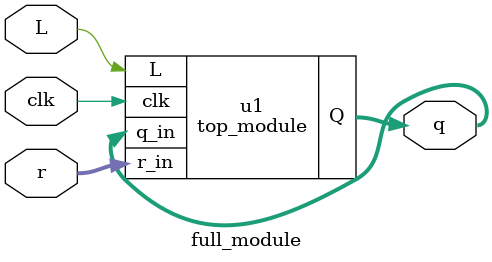
<source format=sv>
module top_module(
    input clk,
    input L,
    input [2:0] q_in,
    input [2:0] r_in,
    output reg [2:0] Q
);

always @(posedge clk) begin
    if (L) begin
        Q <= r_in;
    end else begin
        Q <= {Q[1] ^ Q[2], Q[0], Q[2]};
    end
end

endmodule
module full_module (
    input [2:0] r,
    input L,
    input clk,
    output reg [2:0] q
);

top_module u1 (
    .clk(clk),
    .L(L),
    .q_in(q),
    .r_in(r),
    .Q(q)
);

endmodule

</source>
